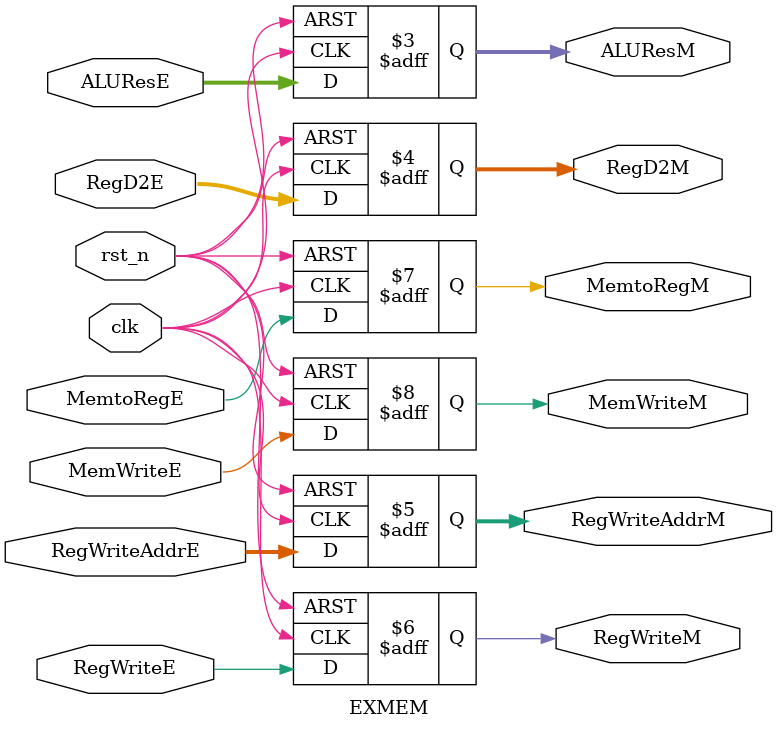
<source format=v>
`timescale 1ns / 1ps
module EXMEM(
input clk,
input rst_n,
input [31:0] ALUResE,
input [31:0] RegD2E,
input [4:0] RegWriteAddrE,
output reg [31:0] ALUResM,
output reg [31:0] RegD2M,
output reg [4:0] RegWriteAddrM,
// control signal
input RegWriteE,
input MemtoRegE,
input MemWriteE,
output reg RegWriteM,
output reg MemtoRegM,
output reg MemWriteM
    );

always@(posedge clk or negedge rst_n) begin
	if(~rst_n) begin
		ALUResM <= 0; RegD2M <= 0; RegWriteAddrM <= 0;
		RegWriteM <= 0; MemtoRegM <= 0; MemWriteM <= 0;
	end
	else begin
		ALUResM <= ALUResE;
		RegD2M <= RegD2E;
		RegWriteAddrM <= RegWriteAddrE;
		// control signal
		RegWriteM <= RegWriteE;
		MemtoRegM <= MemtoRegE;
		MemWriteM <= MemWriteE;
	end
end	

endmodule

</source>
